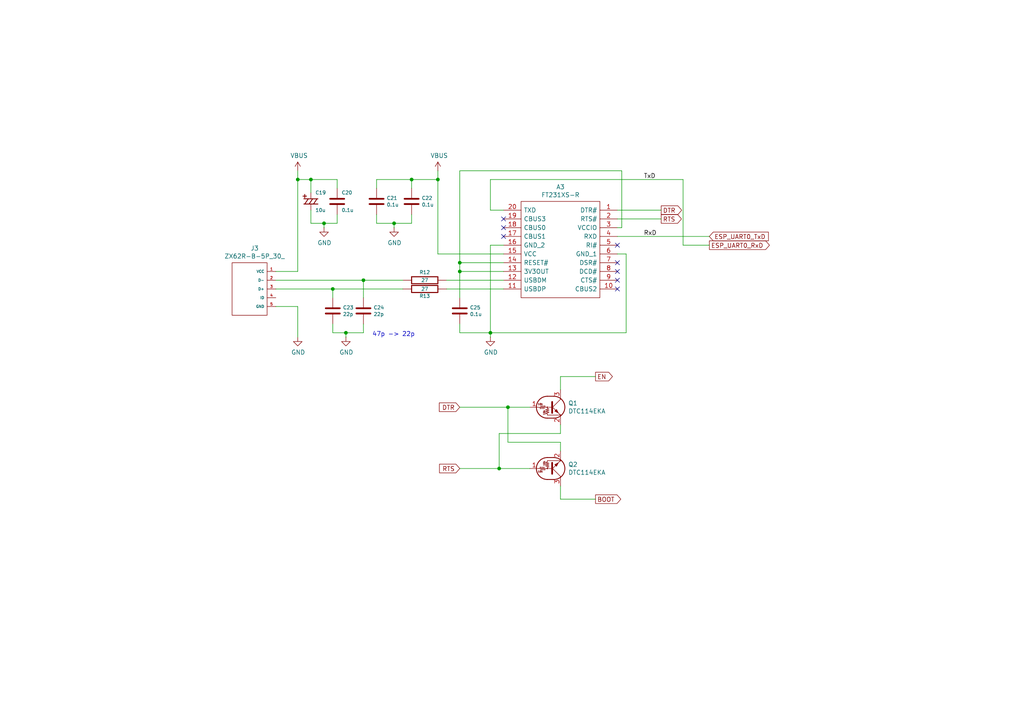
<source format=kicad_sch>
(kicad_sch (version 20250114) (generator "eeschema") (generator_version "9.0")
  (paper "A4")
  (title_block (title "XM125 Radr for MINTIA DC-H038Z") (date "2025-05-20") (rev "0") (company "ハートランド・データ株式会社"))
  (lib_symbols
    (symbol "HLDC_E1:C" (pin_numbers (hide yes)) (pin_names (offset 0.254))
      (property "Reference" "C" (at 0 2.54 0))
      (property "Value" "C" (at 0.1524 -2.159 0))
      (symbol "C_0_1"
        (polyline (pts (xy -2.032 0.762) (xy 2.032 0.762)) (stroke (width 0.508)))
        (polyline (pts (xy -2.032 -0.762) (xy 2.032 -0.762)) (stroke (width 0.508)))
      )
      (symbol "C_1_1"
        (pin passive line (at 0 3.81 270) (length 3.048) (name "~") (number "1"))
        (pin passive line (at 0 -3.81 90) (length 3.048) (name "~") (number "2"))
      )
    )
    (symbol "HLDC_E1:CP" (pin_numbers (hide yes)) (pin_names (offset 0.254))
      (property "Reference" "C" (at 0 3.048 0))
      (property "Value" "CP" (at 0.254 -1.778 0))
      (symbol "CP_0_1"
        (polyline (pts (xy -2.286 1.524) (xy -1.27 1.524)) (stroke (width 0.254)))
        (polyline (pts (xy -2.032 0.762) (xy 2.032 0.762)) (stroke (width 0.254)))
        (polyline (pts (xy -2.032 -0.762) (xy 2.032 -0.762)) (stroke (width 0.254)))
        (polyline (pts (xy -1.778 2.032) (xy -1.778 1.016)) (stroke (width 0.254)))
        (polyline (pts (xy -0.762 0.762) (xy -1.778 -0.762)) (stroke (width 0.254)))
        (polyline (pts (xy 0.508 0.762) (xy -0.508 -0.762)) (stroke (width 0.254)))
        (polyline (pts (xy 1.778 0.762) (xy 0.762 -0.762)) (stroke (width 0.254)))
      )
      (symbol "CP_1_1"
        (pin passive line (at 0 2.54 270) (length 1.778) (name "~") (number "1"))
        (pin passive line (at 0 -2.54 90) (length 1.778) (name "~") (number "2"))
      )
    )
    (symbol "HLDC_E1:DTC114EKA" (pin_names (offset 0) (hide yes))
      (property "Reference" "Q" (at 5.08 1.905 0))
      (property "Value" "DTC114EKA" (at 5.08 0 0))
      (symbol "DTC114EKA_0_0"
        (text "10k" (at -3.302 0.889 0) (effects (font (size 0.508 0.508))))
        (text "10k" (at -2.159 -1.524 900) (effects (font (size 0.508 0.508))))
      )
      (symbol "DTC114EKA_0_1"
        (polyline (pts (xy -3.429 0) (xy -3.81 0)))
        (polyline (pts (xy -1.27 3.175) (xy 0.635 3.175)) (stroke (width 0.254)))
        (circle (center -1.27 0) (radius 0.127))
        (arc (start -1.27 -3.175) (mid -4.445 0) (end -1.27 3.175) (stroke (width 0.254)))
        (polyline (pts (xy -1.27 0) (xy -1.27 -0.381) (xy -0.762 -0.508) (xy -1.778 -0.762) (xy -0.762 -1.016) (xy -1.778 -1.27) (xy -0.762 -1.524) (xy -1.778 -1.778) (xy -1.27 -1.905) (xy -1.27 -2.286) (xy 2.54 -2.286)))
        (polyline (pts (xy -1.27 -3.175) (xy 0.635 -3.175)) (stroke (width 0.254)))
        (polyline (pts (xy 0 0) (xy -1.905 0) (xy -2.032 0.508) (xy -2.286 -0.508) (xy -2.54 0.508) (xy -2.794 -0.508) (xy -3.048 0.508) (xy -3.302 -0.508) (xy -3.429 0)))
        (polyline (pts (xy 0 -0.254) (xy 2.54 2.286)))
        (polyline (pts (xy 0.127 1.524) (xy 0.127 -1.651)) (stroke (width 0.508)) (fill (type outline)))
        (arc (start 0.635 3.175) (mid 3.81 0) (end 0.635 -3.175) (stroke (width 0.254)))
        (polyline (pts (xy 0.889 -1.143) (xy 1.397 -0.635) (xy 1.905 -1.651) (xy 0.889 -1.143)) (fill (type outline)))
        (polyline (pts (xy 2.54 2.286) (xy 2.54 2.54)))
        (polyline (pts (xy 2.54 -2.286) (xy 0 0.254) (xy 0 0.254)))
        (circle (center 2.54 -2.286) (radius 0.127))
      )
      (symbol "DTC114EKA_1_1"
        (pin input line (at -6.35 0 0) (length 2.54) (name "B") (number "1"))
        (pin passive line (at 2.54 5.08 270) (length 2.54) (name "C") (number "3"))
        (pin passive line (at 2.54 -5.08 90) (length 2.54) (name "E") (number "2"))
      )
    )
    (symbol "HLDC_E1:FT231XS-R" (pin_names (offset 0.762))
      (property "Reference" "IC" (at 29.21 7.62 0))
      (property "Value" "FT231XS-R" (at 29.21 5.08 0))
      (symbol "FT231XS-R_0_0"
        (pin passive line (at 0 0 0) (length 5.08) (name "DTR#") (number "1"))
        (pin passive line (at 0 -2.54 0) (length 5.08) (name "RTS#") (number "2"))
        (pin passive line (at 0 -5.08 0) (length 5.08) (name "VCCIO") (number "3"))
        (pin passive line (at 0 -7.62 0) (length 5.08) (name "RXD") (number "4"))
        (pin passive line (at 0 -10.16 0) (length 5.08) (name "RI#") (number "5"))
        (pin passive line (at 0 -12.7 0) (length 5.08) (name "GND_1") (number "6"))
        (pin passive line (at 0 -15.24 0) (length 5.08) (name "DSR#") (number "7"))
        (pin passive line (at 0 -17.78 0) (length 5.08) (name "DCD#") (number "8"))
        (pin passive line (at 0 -20.32 0) (length 5.08) (name "CTS#") (number "9"))
        (pin passive line (at 0 -22.86 0) (length 5.08) (name "CBUS2") (number "10"))
        (pin passive line (at 33.02 0 180) (length 5.08) (name "TXD") (number "20"))
        (pin passive line (at 33.02 -2.54 180) (length 5.08) (name "CBUS3") (number "19"))
        (pin passive line (at 33.02 -5.08 180) (length 5.08) (name "CBUS0") (number "18"))
        (pin passive line (at 33.02 -7.62 180) (length 5.08) (name "CBUS1") (number "17"))
        (pin passive line (at 33.02 -10.16 180) (length 5.08) (name "GND_2") (number "16"))
        (pin passive line (at 33.02 -12.7 180) (length 5.08) (name "VCC") (number "15"))
        (pin passive line (at 33.02 -15.24 180) (length 5.08) (name "RESET#") (number "14"))
        (pin passive line (at 33.02 -17.78 180) (length 5.08) (name "3V3OUT") (number "13"))
        (pin passive line (at 33.02 -20.32 180) (length 5.08) (name "USBDM") (number "12"))
        (pin passive line (at 33.02 -22.86 180) (length 5.08) (name "USBDP") (number "11"))
      )
      (symbol "FT231XS-R_0_1"
        (polyline (pts (xy 5.08 2.54) (xy 27.94 2.54) (xy 27.94 -25.4) (xy 5.08 -25.4) (xy 5.08 2.54)) (stroke (width 0.1524)))
      )
    )
    (symbol "HLDC_E1:R" (pin_numbers (hide yes)) (pin_names (offset 0))
      (property "Reference" "R" (at 2.032 0 90))
      (property "Value" "R" (at 0.1778 0.0254 90))
      (symbol "R_0_1"
        (rectangle (start -1.016 3.81) (end 1.016 -3.81) (stroke (width 0.3048)))
      )
      (symbol "R_1_1"
        (pin passive line (at 0 6.35 270) (length 2.54) (name "~") (number "1"))
        (pin passive line (at 0 -6.35 90) (length 2.54) (name "~") (number "2"))
      )
    )
    (symbol "HLDC_E1:ZX62R-B-5P_30_" (pin_names (offset 0.762))
      (property "Reference" "J" (at 13.97 0 0))
      (property "Value" "ZX62R-B-5P_30_" (at 13.97 -2.54 0))
      (symbol "ZX62R-B-5P_30__0_0"
        (pin passive line (at 0 -2.54 270) (length 2.54) (name "GND") (number "5"))
        (pin passive line (at 2.54 -2.54 270) (length 2.54) (name "ID") (number "4"))
        (pin passive line (at 5.08 -2.54 270) (length 2.54) (name "D+") (number "3"))
        (pin passive line (at 7.62 -2.54 270) (length 2.54) (name "D-") (number "2"))
        (pin passive line (at 10.16 -2.54 270) (length 2.54) (name "VCC") (number "1"))
      )
      (symbol "ZX62R-B-5P_30__0_1"
        (polyline (pts (xy -2.54 -5.08) (xy 12.7 -5.08) (xy 12.7 -15.24) (xy -2.54 -15.24) (xy -2.54 -5.08)) (stroke (width 0.1524)))
      )
    )
    (symbol "power:GND" (power) (pin_numbers (hide yes)) (pin_names (offset 0) (hide yes))
      (property "Value" "GND" (at 0 -3.81 0))
      (symbol "GND_0_1"
        (polyline (pts (xy 0 0) (xy 0 -1.27) (xy 1.27 -1.27) (xy 0 -2.54) (xy -1.27 -1.27) (xy 0 -1.27)))
      )
      (symbol "GND_1_1"
        (pin power_in line (at 0 0 270) (length 0) (name "~") (number "1"))
      )
    )
    (symbol "power:VCC" (power) (pin_numbers (hide yes)) (pin_names (offset 0) (hide yes))
      (property "Value" "VCC" (at 0 3.556 0))
      (symbol "VCC_0_1"
        (polyline (pts (xy -0.762 1.27) (xy 0 2.54)))
        (polyline (pts (xy 0 2.54) (xy 0.762 1.27)))
        (polyline (pts (xy 0 0) (xy 0 2.54)))
      )
      (symbol "VCC_1_1"
        (pin power_in line (at 0 0 90) (length 0) (name "~") (number "1"))
      )
    )
  )
  (text "47p -> 22p" (at 107.95 97.79 0) (effects (font (size 1.27 1.27)) (justify left bottom)))
  (junction (at 133.35 78.74))
  (junction (at 133.35 76.2))
  (junction (at 127 52.07))
  (junction (at 105.41 81.28))
  (junction (at 86.36 52.07))
  (junction (at 119.38 52.07))
  (junction (at 114.3 64.77))
  (junction (at 142.24 96.52))
  (junction (at 93.98 64.77))
  (junction (at 147.32 118.11))
  (junction (at 96.52 83.82))
  (junction (at 100.33 96.52))
  (junction (at 144.78 135.89))
  (junction (at 90.17 52.07))
  (no_connect (at 179.07 71.12))
  (no_connect (at 146.05 63.5))
  (no_connect (at 146.05 68.58))
  (no_connect (at 179.07 81.28))
  (no_connect (at 179.07 76.2))
  (no_connect (at 179.07 78.74))
  (no_connect (at 179.07 83.82))
  (no_connect (at 146.05 66.04))
  (wire (pts (xy 119.38 52.07) (xy 127 52.07)))
  (wire (pts (xy 114.3 64.77) (xy 114.3 66.04)))
  (wire (pts (xy 127 49.53) (xy 127 52.07)))
  (wire (pts (xy 133.35 78.74) (xy 133.35 86.36)))
  (wire (pts (xy 119.38 54.61) (xy 119.38 52.07)))
  (wire (pts (xy 96.52 83.82) (xy 96.52 86.36)))
  (wire (pts (xy 133.35 76.2) (xy 133.35 78.74)))
  (wire (pts (xy 162.56 128.27) (xy 162.56 130.81)))
  (wire (pts (xy 179.07 68.58) (xy 205.74 68.58)))
  (wire (pts (xy 109.22 64.77) (xy 114.3 64.77)))
  (wire (pts (xy 86.36 52.07) (xy 86.36 49.53)))
  (wire (pts (xy 80.01 81.28) (xy 105.41 81.28)))
  (wire (pts (xy 133.35 49.53) (xy 133.35 76.2)))
  (wire (pts (xy 90.17 52.07) (xy 97.79 52.07)))
  (wire (pts (xy 86.36 78.74) (xy 86.36 52.07)))
  (wire (pts (xy 97.79 62.23) (xy 97.79 64.77)))
  (wire (pts (xy 129.54 83.82) (xy 146.05 83.82)))
  (wire (pts (xy 80.01 78.74) (xy 86.36 78.74)))
  (wire (pts (xy 96.52 96.52) (xy 100.33 96.52)))
  (wire (pts (xy 116.84 81.28) (xy 105.41 81.28)))
  (wire (pts (xy 147.32 128.27) (xy 162.56 128.27)))
  (wire (pts (xy 162.56 125.73) (xy 144.78 125.73)))
  (wire (pts (xy 146.05 71.12) (xy 142.24 71.12)))
  (wire (pts (xy 198.12 71.12) (xy 205.74 71.12)))
  (wire (pts (xy 96.52 93.98) (xy 96.52 96.52)))
  (wire (pts (xy 146.05 81.28) (xy 129.54 81.28)))
  (wire (pts (xy 198.12 52.07) (xy 198.12 71.12)))
  (wire (pts (xy 147.32 118.11) (xy 147.32 128.27)))
  (wire (pts (xy 147.32 118.11) (xy 153.67 118.11)))
  (wire (pts (xy 105.41 93.98) (xy 105.41 96.52)))
  (wire (pts (xy 93.98 64.77) (xy 93.98 66.04)))
  (wire (pts (xy 133.35 118.11) (xy 147.32 118.11)))
  (wire (pts (xy 142.24 96.52) (xy 142.24 97.79)))
  (wire (pts (xy 133.35 96.52) (xy 142.24 96.52)))
  (wire (pts (xy 119.38 64.77) (xy 114.3 64.77)))
  (wire (pts (xy 162.56 140.97) (xy 162.56 144.78)))
  (wire (pts (xy 144.78 135.89) (xy 153.67 135.89)))
  (wire (pts (xy 105.41 81.28) (xy 105.41 86.36)))
  (wire (pts (xy 162.56 144.78) (xy 172.72 144.78)))
  (wire (pts (xy 179.07 63.5) (xy 191.77 63.5)))
  (wire (pts (xy 180.34 66.04) (xy 180.34 49.53)))
  (wire (pts (xy 142.24 60.96) (xy 142.24 52.07)))
  (wire (pts (xy 179.07 73.66) (xy 181.61 73.66)))
  (wire (pts (xy 109.22 52.07) (xy 119.38 52.07)))
  (wire (pts (xy 127 52.07) (xy 127 73.66)))
  (wire (pts (xy 133.35 93.98) (xy 133.35 96.52)))
  (wire (pts (xy 146.05 73.66) (xy 127 73.66)))
  (wire (pts (xy 86.36 52.07) (xy 90.17 52.07)))
  (wire (pts (xy 162.56 123.19) (xy 162.56 125.73)))
  (wire (pts (xy 109.22 54.61) (xy 109.22 52.07)))
  (wire (pts (xy 181.61 73.66) (xy 181.61 96.52)))
  (wire (pts (xy 142.24 71.12) (xy 142.24 96.52)))
  (wire (pts (xy 105.41 96.52) (xy 100.33 96.52)))
  (wire (pts (xy 133.35 135.89) (xy 144.78 135.89)))
  (wire (pts (xy 146.05 78.74) (xy 133.35 78.74)))
  (wire (pts (xy 100.33 96.52) (xy 100.33 97.79)))
  (wire (pts (xy 90.17 64.77) (xy 93.98 64.77)))
  (wire (pts (xy 90.17 52.07) (xy 90.17 55.88)))
  (wire (pts (xy 181.61 96.52) (xy 142.24 96.52)))
  (wire (pts (xy 97.79 64.77) (xy 93.98 64.77)))
  (wire (pts (xy 80.01 83.82) (xy 96.52 83.82)))
  (wire (pts (xy 179.07 60.96) (xy 191.77 60.96)))
  (wire (pts (xy 144.78 125.73) (xy 144.78 135.89)))
  (wire (pts (xy 172.72 109.22) (xy 162.56 109.22)))
  (wire (pts (xy 179.07 66.04) (xy 180.34 66.04)))
  (wire (pts (xy 142.24 52.07) (xy 198.12 52.07)))
  (wire (pts (xy 80.01 88.9) (xy 86.36 88.9)))
  (wire (pts (xy 97.79 52.07) (xy 97.79 54.61)))
  (wire (pts (xy 162.56 109.22) (xy 162.56 113.03)))
  (wire (pts (xy 146.05 76.2) (xy 133.35 76.2)))
  (wire (pts (xy 90.17 60.96) (xy 90.17 64.77)))
  (wire (pts (xy 119.38 62.23) (xy 119.38 64.77)))
  (wire (pts (xy 116.84 83.82) (xy 96.52 83.82)))
  (wire (pts (xy 146.05 60.96) (xy 142.24 60.96)))
  (wire (pts (xy 109.22 62.23) (xy 109.22 64.77)))
  (wire (pts (xy 180.34 49.53) (xy 133.35 49.53)))
  (wire (pts (xy 86.36 88.9) (xy 86.36 97.79)))
  (label "TxD" (at 186.69 52.07 0))
  (label "RxD" (at 186.69 68.58 0))
  (global_label "EN" (shape output) (at 172.72 109.22 0) (property "Intersheetrefs" "${INTERSHEET_REFS}" (effects (hide yes))))
  (global_label "BOOT" (shape output) (at 172.72 144.78 0) (property "Intersheetrefs" "${INTERSHEET_REFS}" (effects (hide yes))))
  (global_label "DTR" (shape input) (at 133.35 118.11 180) (property "Intersheetrefs" "${INTERSHEET_REFS}" (effects (hide yes))))
  (global_label "RTS" (shape input) (at 133.35 135.89 180) (property "Intersheetrefs" "${INTERSHEET_REFS}" (effects (hide yes))))
  (global_label "RTS" (shape output) (at 191.77 63.5 0) (property "Intersheetrefs" "${INTERSHEET_REFS}" (effects (hide yes))))
  (global_label "DTR" (shape output) (at 191.77 60.96 0) (property "Intersheetrefs" "${INTERSHEET_REFS}" (effects (hide yes))))
  (global_label "ESP_UART0_TxD" (shape input) (at 205.74 68.58 0) (property "Intersheetrefs" "${INTERSHEET_REFS}" (effects (hide yes))))
  (global_label "ESP_UART0_RxD" (shape output) (at 205.74 71.12 0) (property "Intersheetrefs" "${INTERSHEET_REFS}" (effects (hide yes))))
  (symbol (lib_id "HLDC_E1:DTC114EKA") (at 160.02 118.11 0) (unit 1)
    (property "Reference" "Q1" (at 164.7952 116.9416 0) (effects (justify left)))
    (property "Value" "DTC114EKA" (at 164.7952 119.253 0) (effects (justify left)))
    (property "Footprint" "Package_TO_SOT_SMD:SC-59" (effects (hide yes)))
    (property "CLASSIFICATION" "CA" (effects (hide yes)))
    (property "DESCRIPTION" "Digital Transistor" (effects (hide yes)))
    (property "MAKER" "ROHM" (effects (hide yes)))
    (property "PARTNUMBER" "DTC114EKA" (effects (hide yes)))
  )
  (symbol (lib_id "HLDC_E1:DTC114EKA") (at 160.02 135.89 0) (mirror x) (unit 1)
    (property "Reference" "Q2" (at 164.7952 134.7216 0) (effects (justify left)))
    (property "Value" "DTC114EKA" (at 164.7952 137.033 0) (effects (justify left)))
    (property "Footprint" "Package_TO_SOT_SMD:SC-59" (effects (hide yes)))
    (property "CLASSIFICATION" "CA" (effects (hide yes)))
    (property "DESCRIPTION" "Digital Transistor" (effects (hide yes)))
    (property "MAKER" "ROHM" (effects (hide yes)))
    (property "PARTNUMBER" "DTC114EKA" (effects (hide yes)))
  )
  (symbol (lib_id "HLDC_E1:FT231XS-R") (at 179.07 60.96 0) (mirror y) (unit 1)
    (property "Reference" "A3" (at 162.56 54.229 0))
    (property "Value" "FT231XS-R" (at 162.56 56.5404 0))
    (property "Footprint" "HLDC_E1:SOP64P599X175-20N" (effects (hide yes)))
    (property "Datasheet" "https://datasheet.lcsc.com/szlcsc/Future-Designs-FT231XS-R_C132160.pdf" (effects (hide yes)))
    (property "Description" "USB SSOP-20 RoHS" (effects (hide yes)))
    (property "Height" "1.753" (effects (hide yes)))
    (property "Manufacturer_Name" "Future Designs" (effects (hide yes)))
    (property "Manufacturer_Part_Number" "FT231XS-R" (effects (hide yes)))
    (property "CLASSIFICATION" "CA" (effects (hide yes)))
    (property "DESCRIPTION" "USB-Serial IC" (effects (hide yes)))
    (property "MAKER" "FTDI" (effects (hide yes)))
    (property "PARTNUMBER" "FT231XS-R" (effects (hide yes)))
  )
  (symbol (lib_id "HLDC_E1:R") (at 123.19 83.82 270) (unit 1)
    (property "Reference" "R13" (at 123.19 85.852 90) (effects (font (size 1.016 1.016))))
    (property "Value" "27" (at 123.19 83.82 90) (effects (font (size 1.016 1.016))))
    (property "Footprint" "HLDC_E1:R_0603_1608Metric" (effects (hide yes)))
    (property "CLASSIFICATION" "CA" (effects (hide yes)))
    (property "DESCRIPTION" "RESISTER" (effects (hide yes)))
    (property "MAKER" "Panasonic" (effects (hide yes)))
    (property "PARTNUMBER" "ERJ3GEYJ270V" (effects (hide yes)))
    (property "REMARKS" " " (effects (hide yes)))
  )
  (symbol (lib_id "power:GND") (at 114.3 66.04 0) (unit 1)
    (property "Reference" "#PWR034" (effects (hide yes)))
    (property "Value" "GND" (at 114.427 70.4342 0))
  )
  (symbol (lib_id "power:GND") (at 93.98 66.04 0) (unit 1)
    (property "Reference" "#PWR033" (effects (hide yes)))
    (property "Value" "GND" (at 94.107 70.4342 0))
  )
  (symbol (lib_id "HLDC_E1:C") (at 105.41 90.17 0) (unit 1)
    (property "Reference" "C24" (at 108.331 89.2048 0) (effects (font (size 1.016 1.016)) (justify left)))
    (property "Value" "22p" (at 108.331 91.1352 0) (effects (font (size 1.016 1.016)) (justify left)))
    (property "Footprint" "HLDC_E1:C_0603_1608Metric" (effects (hide yes)))
    (property "CLASSIFICATION" "CA" (effects (hide yes)))
    (property "DESCRIPTION" "CAPACITOR" (effects (hide yes)))
    (property "MAKER" "Murata" (effects (hide yes)))
    (property "PARTNUMBER" "GRM1885C2E220FW07" (effects (hide yes)))
    (property "REMARKS" "250VDC" (effects (hide yes)))
  )
  (symbol (lib_id "HLDC_E1:ZX62R-B-5P_30_") (at 82.55 88.9 270) (mirror x) (unit 1)
    (property "Reference" "J3" (at 73.8632 72.009 90))
    (property "Value" "ZX62R-B-5P_30_" (at 73.8632 74.3204 90))
    (property "Footprint" "HLDC_E1:ZX62R-B-5P_30" (effects (hide yes)))
    (property "Datasheet" "http://www.farnell.com/datasheets/2360818.pdf" (effects (hide yes)))
    (property "CLASSIFICATION" "PA" (effects (hide yes)))
    (property "DESCRIPTION" "Micro USB Connector" (effects (hide yes)))
    (property "MAKER" "HRS" (effects (hide yes)))
    (property "PARTNUMBER" "ZX62R-B-5P(30)" (effects (hide yes)))
    (property "REMARKS" " " (effects (hide yes)))
  )
  (symbol (lib_id "HLDC_E1:C") (at 119.38 58.42 0) (unit 1)
    (property "Reference" "C22" (at 122.301 57.4548 0) (effects (font (size 1.016 1.016)) (justify left)))
    (property "Value" "0.1u" (at 122.301 59.3852 0) (effects (font (size 1.016 1.016)) (justify left)))
    (property "Footprint" "HLDC_E1:C_0603_1608Metric" (effects (hide yes)))
    (property "CLASSIFICATION" "CA" (effects (hide yes)))
    (property "DESCRIPTION" "CAPACITOR" (effects (hide yes)))
    (property "MAKER" "Murata" (effects (hide yes)))
    (property "PARTNUMBER" "GRM188R72A104MA35" (effects (hide yes)))
    (property "REMARKS" "50VDC" (effects (hide yes)))
  )
  (symbol (lib_id "power:GND") (at 100.33 97.79 0) (unit 1)
    (property "Reference" "#PWR036" (effects (hide yes)))
    (property "Value" "GND" (at 100.457 102.1842 0))
  )
  (symbol (lib_id "HLDC_E1:CP") (at 90.17 58.42 0) (unit 1)
    (property "Reference" "C19" (at 91.44 55.88 0) (effects (font (size 1.016 1.016)) (justify left)))
    (property "Value" "10u" (at 91.44 60.96 0) (effects (font (size 1.016 1.016)) (justify left)))
    (property "Footprint" "HLDC_E1:F920J106MPA" (effects (hide yes)))
    (property "CLASSIFICATION" "CA" (effects (hide yes)))
    (property "DESCRIPTION" "CAPACITOR" (effects (hide yes)))
    (property "MAKER" "Nichicon" (effects (hide yes)))
    (property "PARTNUMBER" "F920J106MPA" (effects (hide yes)))
    (property "REMARKS" " " (effects (hide yes)))
  )
  (symbol (lib_id "HLDC_E1:C") (at 133.35 90.17 0) (unit 1)
    (property "Reference" "C25" (at 136.271 89.2048 0) (effects (font (size 1.016 1.016)) (justify left)))
    (property "Value" "0.1u" (at 136.271 91.1352 0) (effects (font (size 1.016 1.016)) (justify left)))
    (property "Footprint" "HLDC_E1:C_0603_1608Metric" (effects (hide yes)))
    (property "CLASSIFICATION" "CA" (effects (hide yes)))
    (property "DESCRIPTION" "CAPACITOR" (effects (hide yes)))
    (property "MAKER" "Murata" (effects (hide yes)))
    (property "PARTNUMBER" "GRM188R72A104MA35" (effects (hide yes)))
    (property "REMARKS" "50VDC" (effects (hide yes)))
  )
  (symbol (lib_id "HLDC_E1:C") (at 96.52 90.17 0) (unit 1)
    (property "Reference" "C23" (at 99.441 89.2048 0) (effects (font (size 1.016 1.016)) (justify left)))
    (property "Value" "22p" (at 99.441 91.1352 0) (effects (font (size 1.016 1.016)) (justify left)))
    (property "Footprint" "HLDC_E1:C_0603_1608Metric" (effects (hide yes)))
    (property "CLASSIFICATION" "CA" (effects (hide yes)))
    (property "DESCRIPTION" "CAPACITOR" (effects (hide yes)))
    (property "MAKER" "Murata" (effects (hide yes)))
    (property "PARTNUMBER" "GRM1885C2E220FW07" (effects (hide yes)))
    (property "REMARKS" "250VDC" (effects (hide yes)))
  )
  (symbol (lib_id "power:VCC") (at 86.36 49.53 0) (unit 1)
    (property "Reference" "#PWR031" (effects (hide yes)))
    (property "Value" "VBUS" (at 86.741 45.1358 0))
  )
  (symbol (lib_id "power:VCC") (at 127 49.53 0) (unit 1)
    (property "Reference" "#PWR032" (effects (hide yes)))
    (property "Value" "VBUS" (at 127.381 45.1358 0))
  )
  (symbol (lib_id "HLDC_E1:R") (at 123.19 81.28 270) (unit 1)
    (property "Reference" "R12" (at 123.19 78.994 90) (effects (font (size 1.016 1.016))))
    (property "Value" "27" (at 123.19 81.28 90) (effects (font (size 1.016 1.016))))
    (property "Footprint" "HLDC_E1:R_0603_1608Metric" (effects (hide yes)))
    (property "CLASSIFICATION" "CA" (effects (hide yes)))
    (property "DESCRIPTION" "RESISTER" (effects (hide yes)))
    (property "MAKER" "Panasonic" (effects (hide yes)))
    (property "PARTNUMBER" "ERJ3GEYJ270V" (effects (hide yes)))
    (property "REMARKS" " " (effects (hide yes)))
  )
  (symbol (lib_id "HLDC_E1:C") (at 97.79 58.42 0) (unit 1)
    (property "Reference" "C20" (at 99.06 55.88 0) (effects (font (size 1.016 1.016)) (justify left)))
    (property "Value" "0.1u" (at 99.06 60.96 0) (effects (font (size 1.016 1.016)) (justify left)))
    (property "Footprint" "HLDC_E1:C_0603_1608Metric" (effects (hide yes)))
    (property "CLASSIFICATION" "CA" (effects (hide yes)))
    (property "DESCRIPTION" "CAPACITOR" (effects (hide yes)))
    (property "MAKER" "Murata" (effects (hide yes)))
    (property "PARTNUMBER" "GRM188R72A104MA35" (effects (hide yes)))
    (property "REMARKS" "50VDC" (effects (hide yes)))
  )
  (symbol (lib_id "power:GND") (at 142.24 97.79 0) (unit 1)
    (property "Reference" "#PWR037" (effects (hide yes)))
    (property "Value" "GND" (at 142.367 102.1842 0))
  )
  (symbol (lib_id "HLDC_E1:C") (at 109.22 58.42 0) (unit 1)
    (property "Reference" "C21" (at 112.141 57.4548 0) (effects (font (size 1.016 1.016)) (justify left)))
    (property "Value" "0.1u" (at 112.141 59.3852 0) (effects (font (size 1.016 1.016)) (justify left)))
    (property "Footprint" "HLDC_E1:C_0603_1608Metric" (effects (hide yes)))
    (property "CLASSIFICATION" "CA" (effects (hide yes)))
    (property "DESCRIPTION" "CAPACITOR" (effects (hide yes)))
    (property "MAKER" "Murata" (effects (hide yes)))
    (property "PARTNUMBER" "GRM188R72A104MA35" (effects (hide yes)))
    (property "REMARKS" "50VDC" (effects (hide yes)))
  )
  (symbol (lib_id "power:GND") (at 86.36 97.79 0) (unit 1)
    (property "Reference" "#PWR035" (effects (hide yes)))
    (property "Value" "GND" (at 86.487 102.1842 0))
  )
)
</source>
